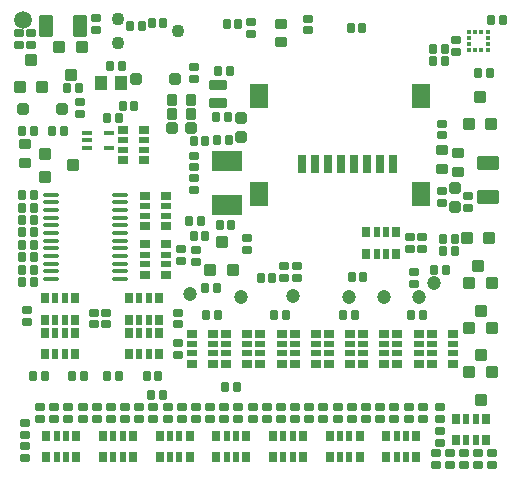
<source format=gbs>
G04*
G04 #@! TF.GenerationSoftware,Altium Limited,Altium Designer,23.8.1 (32)*
G04*
G04 Layer_Color=16711935*
%FSLAX25Y25*%
%MOIN*%
G70*
G04*
G04 #@! TF.SameCoordinates,0C654998-4A2B-48E5-827E-F90EB17844E4*
G04*
G04*
G04 #@! TF.FilePolarity,Negative*
G04*
G01*
G75*
G04:AMPARAMS|DCode=57|XSize=39.37mil|YSize=41.34mil|CornerRadius=5.51mil|HoleSize=0mil|Usage=FLASHONLY|Rotation=90.000|XOffset=0mil|YOffset=0mil|HoleType=Round|Shape=RoundedRectangle|*
%AMROUNDEDRECTD57*
21,1,0.03937,0.03032,0,0,90.0*
21,1,0.02835,0.04134,0,0,90.0*
1,1,0.01102,0.01516,0.01417*
1,1,0.01102,0.01516,-0.01417*
1,1,0.01102,-0.01516,-0.01417*
1,1,0.01102,-0.01516,0.01417*
%
%ADD57ROUNDEDRECTD57*%
G04:AMPARAMS|DCode=58|XSize=39.37mil|YSize=41.34mil|CornerRadius=5.51mil|HoleSize=0mil|Usage=FLASHONLY|Rotation=90.000|XOffset=0mil|YOffset=0mil|HoleType=Round|Shape=RoundedRectangle|*
%AMROUNDEDRECTD58*
21,1,0.03937,0.03032,0,0,90.0*
21,1,0.02835,0.04134,0,0,90.0*
1,1,0.01102,0.01516,0.01417*
1,1,0.01102,0.01516,-0.01417*
1,1,0.01102,-0.01516,-0.01417*
1,1,0.01102,-0.01516,0.01417*
%
%ADD58ROUNDEDRECTD58*%
G04:AMPARAMS|DCode=65|XSize=31.5mil|YSize=27.56mil|CornerRadius=4.33mil|HoleSize=0mil|Usage=FLASHONLY|Rotation=180.000|XOffset=0mil|YOffset=0mil|HoleType=Round|Shape=RoundedRectangle|*
%AMROUNDEDRECTD65*
21,1,0.03150,0.01890,0,0,180.0*
21,1,0.02284,0.02756,0,0,180.0*
1,1,0.00866,-0.01142,0.00945*
1,1,0.00866,0.01142,0.00945*
1,1,0.00866,0.01142,-0.00945*
1,1,0.00866,-0.01142,-0.00945*
%
%ADD65ROUNDEDRECTD65*%
G04:AMPARAMS|DCode=69|XSize=29.53mil|YSize=35.43mil|CornerRadius=4.53mil|HoleSize=0mil|Usage=FLASHONLY|Rotation=90.000|XOffset=0mil|YOffset=0mil|HoleType=Round|Shape=RoundedRectangle|*
%AMROUNDEDRECTD69*
21,1,0.02953,0.02638,0,0,90.0*
21,1,0.02047,0.03543,0,0,90.0*
1,1,0.00906,0.01319,0.01024*
1,1,0.00906,0.01319,-0.01024*
1,1,0.00906,-0.01319,-0.01024*
1,1,0.00906,-0.01319,0.01024*
%
%ADD69ROUNDEDRECTD69*%
G04:AMPARAMS|DCode=70|XSize=21.65mil|YSize=35.43mil|CornerRadius=3.74mil|HoleSize=0mil|Usage=FLASHONLY|Rotation=90.000|XOffset=0mil|YOffset=0mil|HoleType=Round|Shape=RoundedRectangle|*
%AMROUNDEDRECTD70*
21,1,0.02165,0.02795,0,0,90.0*
21,1,0.01417,0.03543,0,0,90.0*
1,1,0.00748,0.01398,0.00709*
1,1,0.00748,0.01398,-0.00709*
1,1,0.00748,-0.01398,-0.00709*
1,1,0.00748,-0.01398,0.00709*
%
%ADD70ROUNDEDRECTD70*%
G04:AMPARAMS|DCode=74|XSize=16.54mil|YSize=35.43mil|CornerRadius=3.23mil|HoleSize=0mil|Usage=FLASHONLY|Rotation=90.000|XOffset=0mil|YOffset=0mil|HoleType=Round|Shape=RoundedRectangle|*
%AMROUNDEDRECTD74*
21,1,0.01654,0.02898,0,0,90.0*
21,1,0.01008,0.03543,0,0,90.0*
1,1,0.00646,0.01449,0.00504*
1,1,0.00646,0.01449,-0.00504*
1,1,0.00646,-0.01449,-0.00504*
1,1,0.00646,-0.01449,0.00504*
%
%ADD74ROUNDEDRECTD74*%
G04:AMPARAMS|DCode=80|XSize=31.5mil|YSize=27.56mil|CornerRadius=4.33mil|HoleSize=0mil|Usage=FLASHONLY|Rotation=90.000|XOffset=0mil|YOffset=0mil|HoleType=Round|Shape=RoundedRectangle|*
%AMROUNDEDRECTD80*
21,1,0.03150,0.01890,0,0,90.0*
21,1,0.02284,0.02756,0,0,90.0*
1,1,0.00866,0.00945,0.01142*
1,1,0.00866,0.00945,-0.01142*
1,1,0.00866,-0.00945,-0.01142*
1,1,0.00866,-0.00945,0.01142*
%
%ADD80ROUNDEDRECTD80*%
%ADD81C,0.04294*%
%ADD82C,0.04724*%
%ADD83C,0.05906*%
G04:AMPARAMS|DCode=113|XSize=37.4mil|YSize=37.4mil|CornerRadius=5.32mil|HoleSize=0mil|Usage=FLASHONLY|Rotation=180.000|XOffset=0mil|YOffset=0mil|HoleType=Round|Shape=RoundedRectangle|*
%AMROUNDEDRECTD113*
21,1,0.03740,0.02677,0,0,180.0*
21,1,0.02677,0.03740,0,0,180.0*
1,1,0.01063,-0.01339,0.01339*
1,1,0.01063,0.01339,0.01339*
1,1,0.01063,0.01339,-0.01339*
1,1,0.01063,-0.01339,-0.01339*
%
%ADD113ROUNDEDRECTD113*%
G04:AMPARAMS|DCode=114|XSize=39.37mil|YSize=41.34mil|CornerRadius=5.51mil|HoleSize=0mil|Usage=FLASHONLY|Rotation=180.000|XOffset=0mil|YOffset=0mil|HoleType=Round|Shape=RoundedRectangle|*
%AMROUNDEDRECTD114*
21,1,0.03937,0.03032,0,0,180.0*
21,1,0.02835,0.04134,0,0,180.0*
1,1,0.01102,-0.01417,0.01516*
1,1,0.01102,0.01417,0.01516*
1,1,0.01102,0.01417,-0.01516*
1,1,0.01102,-0.01417,-0.01516*
%
%ADD114ROUNDEDRECTD114*%
G04:AMPARAMS|DCode=115|XSize=39.37mil|YSize=41.34mil|CornerRadius=5.51mil|HoleSize=0mil|Usage=FLASHONLY|Rotation=180.000|XOffset=0mil|YOffset=0mil|HoleType=Round|Shape=RoundedRectangle|*
%AMROUNDEDRECTD115*
21,1,0.03937,0.03032,0,0,180.0*
21,1,0.02835,0.04134,0,0,180.0*
1,1,0.01102,-0.01417,0.01516*
1,1,0.01102,0.01417,0.01516*
1,1,0.01102,0.01417,-0.01516*
1,1,0.01102,-0.01417,-0.01516*
%
%ADD115ROUNDEDRECTD115*%
G04:AMPARAMS|DCode=116|XSize=39.76mil|YSize=37.4mil|CornerRadius=5.32mil|HoleSize=0mil|Usage=FLASHONLY|Rotation=0.000|XOffset=0mil|YOffset=0mil|HoleType=Round|Shape=RoundedRectangle|*
%AMROUNDEDRECTD116*
21,1,0.03976,0.02677,0,0,0.0*
21,1,0.02913,0.03740,0,0,0.0*
1,1,0.01063,0.01457,-0.01339*
1,1,0.01063,-0.01457,-0.01339*
1,1,0.01063,-0.01457,0.01339*
1,1,0.01063,0.01457,0.01339*
%
%ADD116ROUNDEDRECTD116*%
%ADD117R,0.04331X0.04724*%
G04:AMPARAMS|DCode=118|XSize=74.8mil|YSize=49.21mil|CornerRadius=6.5mil|HoleSize=0mil|Usage=FLASHONLY|Rotation=0.000|XOffset=0mil|YOffset=0mil|HoleType=Round|Shape=RoundedRectangle|*
%AMROUNDEDRECTD118*
21,1,0.07480,0.03622,0,0,0.0*
21,1,0.06181,0.04921,0,0,0.0*
1,1,0.01299,0.03091,-0.01811*
1,1,0.01299,-0.03091,-0.01811*
1,1,0.01299,-0.03091,0.01811*
1,1,0.01299,0.03091,0.01811*
%
%ADD118ROUNDEDRECTD118*%
G04:AMPARAMS|DCode=119|XSize=62.99mil|YSize=29.53mil|CornerRadius=4.53mil|HoleSize=0mil|Usage=FLASHONLY|Rotation=90.000|XOffset=0mil|YOffset=0mil|HoleType=Round|Shape=RoundedRectangle|*
%AMROUNDEDRECTD119*
21,1,0.06299,0.02047,0,0,90.0*
21,1,0.05394,0.02953,0,0,90.0*
1,1,0.00906,0.01024,0.02697*
1,1,0.00906,0.01024,-0.02697*
1,1,0.00906,-0.01024,-0.02697*
1,1,0.00906,-0.01024,0.02697*
%
%ADD119ROUNDEDRECTD119*%
G04:AMPARAMS|DCode=120|XSize=82.68mil|YSize=61.02mil|CornerRadius=7.68mil|HoleSize=0mil|Usage=FLASHONLY|Rotation=90.000|XOffset=0mil|YOffset=0mil|HoleType=Round|Shape=RoundedRectangle|*
%AMROUNDEDRECTD120*
21,1,0.08268,0.04567,0,0,90.0*
21,1,0.06732,0.06102,0,0,90.0*
1,1,0.01535,0.02284,0.03366*
1,1,0.01535,0.02284,-0.03366*
1,1,0.01535,-0.02284,-0.03366*
1,1,0.01535,-0.02284,0.03366*
%
%ADD120ROUNDEDRECTD120*%
%ADD121R,0.09843X0.07087*%
G04:AMPARAMS|DCode=122|XSize=29.53mil|YSize=35.43mil|CornerRadius=4.53mil|HoleSize=0mil|Usage=FLASHONLY|Rotation=0.000|XOffset=0mil|YOffset=0mil|HoleType=Round|Shape=RoundedRectangle|*
%AMROUNDEDRECTD122*
21,1,0.02953,0.02638,0,0,0.0*
21,1,0.02047,0.03543,0,0,0.0*
1,1,0.00906,0.01024,-0.01319*
1,1,0.00906,-0.01024,-0.01319*
1,1,0.00906,-0.01024,0.01319*
1,1,0.00906,0.01024,0.01319*
%
%ADD122ROUNDEDRECTD122*%
G04:AMPARAMS|DCode=123|XSize=21.65mil|YSize=35.43mil|CornerRadius=3.74mil|HoleSize=0mil|Usage=FLASHONLY|Rotation=0.000|XOffset=0mil|YOffset=0mil|HoleType=Round|Shape=RoundedRectangle|*
%AMROUNDEDRECTD123*
21,1,0.02165,0.02795,0,0,0.0*
21,1,0.01417,0.03543,0,0,0.0*
1,1,0.00748,0.00709,-0.01398*
1,1,0.00748,-0.00709,-0.01398*
1,1,0.00748,-0.00709,0.01398*
1,1,0.00748,0.00709,0.01398*
%
%ADD123ROUNDEDRECTD123*%
G04:AMPARAMS|DCode=124|XSize=31.5mil|YSize=40.16mil|CornerRadius=4.72mil|HoleSize=0mil|Usage=FLASHONLY|Rotation=90.000|XOffset=0mil|YOffset=0mil|HoleType=Round|Shape=RoundedRectangle|*
%AMROUNDEDRECTD124*
21,1,0.03150,0.03071,0,0,90.0*
21,1,0.02205,0.04016,0,0,90.0*
1,1,0.00945,0.01535,0.01102*
1,1,0.00945,0.01535,-0.01102*
1,1,0.00945,-0.01535,-0.01102*
1,1,0.00945,-0.01535,0.01102*
%
%ADD124ROUNDEDRECTD124*%
G04:AMPARAMS|DCode=125|XSize=31.5mil|YSize=59.06mil|CornerRadius=4.72mil|HoleSize=0mil|Usage=FLASHONLY|Rotation=270.000|XOffset=0mil|YOffset=0mil|HoleType=Round|Shape=RoundedRectangle|*
%AMROUNDEDRECTD125*
21,1,0.03150,0.04961,0,0,270.0*
21,1,0.02205,0.05906,0,0,270.0*
1,1,0.00945,-0.02480,-0.01102*
1,1,0.00945,-0.02480,0.01102*
1,1,0.00945,0.02480,0.01102*
1,1,0.00945,0.02480,-0.01102*
%
%ADD125ROUNDEDRECTD125*%
G04:AMPARAMS|DCode=126|XSize=31.5mil|YSize=40.16mil|CornerRadius=4.72mil|HoleSize=0mil|Usage=FLASHONLY|Rotation=0.000|XOffset=0mil|YOffset=0mil|HoleType=Round|Shape=RoundedRectangle|*
%AMROUNDEDRECTD126*
21,1,0.03150,0.03071,0,0,0.0*
21,1,0.02205,0.04016,0,0,0.0*
1,1,0.00945,0.01102,-0.01535*
1,1,0.00945,-0.01102,-0.01535*
1,1,0.00945,-0.01102,0.01535*
1,1,0.00945,0.01102,0.01535*
%
%ADD126ROUNDEDRECTD126*%
G04:AMPARAMS|DCode=127|XSize=74.8mil|YSize=49.21mil|CornerRadius=6.5mil|HoleSize=0mil|Usage=FLASHONLY|Rotation=90.000|XOffset=0mil|YOffset=0mil|HoleType=Round|Shape=RoundedRectangle|*
%AMROUNDEDRECTD127*
21,1,0.07480,0.03622,0,0,90.0*
21,1,0.06181,0.04921,0,0,90.0*
1,1,0.01299,0.01811,0.03091*
1,1,0.01299,0.01811,-0.03091*
1,1,0.01299,-0.01811,-0.03091*
1,1,0.01299,-0.01811,0.03091*
%
%ADD127ROUNDEDRECTD127*%
G04:AMPARAMS|DCode=128|XSize=37.4mil|YSize=37.4mil|CornerRadius=5.32mil|HoleSize=0mil|Usage=FLASHONLY|Rotation=270.000|XOffset=0mil|YOffset=0mil|HoleType=Round|Shape=RoundedRectangle|*
%AMROUNDEDRECTD128*
21,1,0.03740,0.02677,0,0,270.0*
21,1,0.02677,0.03740,0,0,270.0*
1,1,0.01063,-0.01339,-0.01339*
1,1,0.01063,-0.01339,0.01339*
1,1,0.01063,0.01339,0.01339*
1,1,0.01063,0.01339,-0.01339*
%
%ADD128ROUNDEDRECTD128*%
%ADD129O,0.05354X0.01378*%
%ADD130R,0.01378X0.01772*%
%ADD131R,0.01772X0.01378*%
D57*
X11615Y101242D02*
D03*
X20867Y104982D02*
D03*
D58*
X11615Y108723D02*
D03*
D65*
X31693Y51968D02*
D03*
Y55905D02*
D03*
X152362Y94882D02*
D03*
Y90945D02*
D03*
X28642Y154134D02*
D03*
Y150197D02*
D03*
X61825Y76772D02*
D03*
Y72835D02*
D03*
X78730Y76700D02*
D03*
Y80637D02*
D03*
X56693Y73228D02*
D03*
Y77165D02*
D03*
X5499Y56816D02*
D03*
Y52879D02*
D03*
X23228Y125984D02*
D03*
Y122047D02*
D03*
X2756Y145079D02*
D03*
Y149016D02*
D03*
X134646Y69291D02*
D03*
Y65354D02*
D03*
X61024Y133858D02*
D03*
Y137795D02*
D03*
X91241Y67421D02*
D03*
Y71358D02*
D03*
X80216Y148721D02*
D03*
Y152657D02*
D03*
X133071Y81102D02*
D03*
Y77165D02*
D03*
X137008Y81102D02*
D03*
Y77165D02*
D03*
X6890Y145079D02*
D03*
Y149016D02*
D03*
X143898Y96457D02*
D03*
Y92520D02*
D03*
X143701Y118898D02*
D03*
Y114961D02*
D03*
X95571Y67421D02*
D03*
Y71358D02*
D03*
X99213Y153937D02*
D03*
Y150000D02*
D03*
X61024Y104331D02*
D03*
Y108268D02*
D03*
Y100787D02*
D03*
Y96850D02*
D03*
X47638Y24409D02*
D03*
Y20472D02*
D03*
X52362Y24409D02*
D03*
Y20472D02*
D03*
X57087Y24409D02*
D03*
Y20472D02*
D03*
X61811Y24409D02*
D03*
Y20472D02*
D03*
X146457Y5118D02*
D03*
Y9055D02*
D03*
X151181D02*
D03*
Y5118D02*
D03*
X155905D02*
D03*
Y9055D02*
D03*
X160630Y5118D02*
D03*
Y9055D02*
D03*
X27756Y51968D02*
D03*
Y55905D02*
D03*
X55709Y51968D02*
D03*
Y55905D02*
D03*
X24016Y24409D02*
D03*
Y20472D02*
D03*
X19292Y24409D02*
D03*
Y20472D02*
D03*
X14567Y24409D02*
D03*
Y20472D02*
D03*
X9843Y24409D02*
D03*
Y20472D02*
D03*
X42914Y24409D02*
D03*
Y20472D02*
D03*
X38189Y24409D02*
D03*
Y20472D02*
D03*
X33465Y24409D02*
D03*
Y20472D02*
D03*
X28740Y24409D02*
D03*
Y20472D02*
D03*
X80709Y24409D02*
D03*
Y20472D02*
D03*
X75985Y24409D02*
D03*
Y20472D02*
D03*
X71260Y24409D02*
D03*
Y20472D02*
D03*
X66536Y24409D02*
D03*
Y20472D02*
D03*
X99607D02*
D03*
Y24409D02*
D03*
X94882D02*
D03*
Y20472D02*
D03*
X90158Y24409D02*
D03*
Y20472D02*
D03*
X85433Y24409D02*
D03*
Y20472D02*
D03*
X118504Y24409D02*
D03*
Y20472D02*
D03*
X113780Y24409D02*
D03*
Y20472D02*
D03*
X109055Y24409D02*
D03*
Y20472D02*
D03*
X104331Y24409D02*
D03*
Y20472D02*
D03*
X132677Y24409D02*
D03*
Y20472D02*
D03*
X127953Y24409D02*
D03*
Y20472D02*
D03*
X123228Y24409D02*
D03*
Y20472D02*
D03*
X4724Y15157D02*
D03*
Y19094D02*
D03*
X141733Y9055D02*
D03*
Y5118D02*
D03*
X55709Y41732D02*
D03*
Y45669D02*
D03*
X143307Y20472D02*
D03*
Y24409D02*
D03*
X4724Y7480D02*
D03*
Y11417D02*
D03*
X143307Y16535D02*
D03*
Y12598D02*
D03*
X148425Y146850D02*
D03*
Y142913D02*
D03*
X137402Y24409D02*
D03*
Y20472D02*
D03*
D69*
X37402Y116831D02*
D03*
X44488D02*
D03*
X44488Y106791D02*
D03*
X37402D02*
D03*
X51969Y68602D02*
D03*
X44882D02*
D03*
Y78642D02*
D03*
X51969D02*
D03*
Y84744D02*
D03*
X44882D02*
D03*
Y94784D02*
D03*
X51969D02*
D03*
X147441Y48917D02*
D03*
X140354D02*
D03*
Y38878D02*
D03*
X147441Y38878D02*
D03*
X128937Y38878D02*
D03*
X136024D02*
D03*
Y48917D02*
D03*
X128937Y48917D02*
D03*
X78937Y48917D02*
D03*
X71851D02*
D03*
Y38878D02*
D03*
X78937D02*
D03*
X60433Y38878D02*
D03*
X67520Y38878D02*
D03*
Y48917D02*
D03*
X60433D02*
D03*
X101772Y48917D02*
D03*
X94685Y48917D02*
D03*
X94685Y38878D02*
D03*
X101772D02*
D03*
X83268Y38878D02*
D03*
X90355Y38878D02*
D03*
Y48917D02*
D03*
X83268D02*
D03*
X124607Y48917D02*
D03*
X117520Y48917D02*
D03*
X117520Y38878D02*
D03*
X124607D02*
D03*
X106103Y38878D02*
D03*
X113189Y38878D02*
D03*
Y48917D02*
D03*
X106103D02*
D03*
D70*
X44488Y110236D02*
D03*
Y113386D02*
D03*
X37402Y113386D02*
D03*
X37402Y110236D02*
D03*
X44882Y75197D02*
D03*
Y72047D02*
D03*
X51969D02*
D03*
Y75197D02*
D03*
X44882Y91339D02*
D03*
Y88189D02*
D03*
X51969D02*
D03*
Y91339D02*
D03*
X147441Y45472D02*
D03*
Y42323D02*
D03*
X140354D02*
D03*
Y45472D02*
D03*
X128937Y42323D02*
D03*
Y45472D02*
D03*
X136024D02*
D03*
Y42323D02*
D03*
X78937Y45472D02*
D03*
Y42323D02*
D03*
X71851D02*
D03*
Y45472D02*
D03*
X60433Y42323D02*
D03*
Y45472D02*
D03*
X67520D02*
D03*
Y42323D02*
D03*
X101772Y45472D02*
D03*
Y42323D02*
D03*
X94685D02*
D03*
Y45472D02*
D03*
X83268Y42323D02*
D03*
X83268Y45472D02*
D03*
X90355Y45472D02*
D03*
Y42323D02*
D03*
X124607Y45472D02*
D03*
Y42323D02*
D03*
X117520D02*
D03*
Y45472D02*
D03*
X106103Y42323D02*
D03*
X106103Y45472D02*
D03*
X113189Y45472D02*
D03*
Y42323D02*
D03*
D74*
X25394Y110827D02*
D03*
Y113386D02*
D03*
Y115945D02*
D03*
X32874D02*
D03*
Y110827D02*
D03*
D80*
X43701Y151378D02*
D03*
X39764D02*
D03*
X159843Y135630D02*
D03*
X155905D02*
D03*
X18743Y130809D02*
D03*
X22680D02*
D03*
X41339Y124803D02*
D03*
X37402D02*
D03*
X32283Y120866D02*
D03*
X36220D02*
D03*
X141339Y70079D02*
D03*
X145276D02*
D03*
X72047Y151969D02*
D03*
X75984D02*
D03*
X140748Y139764D02*
D03*
X144685D02*
D03*
X113386Y150787D02*
D03*
X117323D02*
D03*
X68910Y63978D02*
D03*
X64973D02*
D03*
X59646Y86614D02*
D03*
X63583D02*
D03*
X69685Y85039D02*
D03*
X73622D02*
D03*
X68898Y113386D02*
D03*
X72835D02*
D03*
X164173Y153543D02*
D03*
X160236D02*
D03*
X50984Y152559D02*
D03*
X47047D02*
D03*
X33071Y138189D02*
D03*
X37008D02*
D03*
X144095Y76378D02*
D03*
X148032D02*
D03*
X144095Y80315D02*
D03*
X148032D02*
D03*
X144685Y143701D02*
D03*
X140748D02*
D03*
X117618Y67815D02*
D03*
X113681D02*
D03*
X61024Y112992D02*
D03*
X64961D02*
D03*
X61024Y81299D02*
D03*
X64961D02*
D03*
X69291Y136614D02*
D03*
X73228D02*
D03*
X68504Y121260D02*
D03*
X72441D02*
D03*
X83366Y67421D02*
D03*
X87303D02*
D03*
X137599Y55118D02*
D03*
X133662D02*
D03*
X69095D02*
D03*
X65158D02*
D03*
X91929D02*
D03*
X87992D02*
D03*
X114764D02*
D03*
X110827D02*
D03*
X75591Y31102D02*
D03*
X71654D02*
D03*
X20539Y34646D02*
D03*
X24476D02*
D03*
X11350Y34646D02*
D03*
X7413D02*
D03*
X45343Y34646D02*
D03*
X49280D02*
D03*
X36154Y34646D02*
D03*
X32217D02*
D03*
X7874Y116535D02*
D03*
X3937D02*
D03*
X13780D02*
D03*
X17717D02*
D03*
X50788Y28346D02*
D03*
X46851D02*
D03*
X3937Y66142D02*
D03*
X7874D02*
D03*
X3937Y78543D02*
D03*
X7874D02*
D03*
X3937Y82677D02*
D03*
X7874D02*
D03*
X3937Y90945D02*
D03*
X7874D02*
D03*
X3937Y86811D02*
D03*
X7874D02*
D03*
X3937Y95079D02*
D03*
X7874D02*
D03*
X3937Y74410D02*
D03*
X7874D02*
D03*
X3937Y70276D02*
D03*
X7874D02*
D03*
D81*
X55748Y149941D02*
D03*
X35748Y145941D02*
D03*
Y153941D02*
D03*
D82*
X94095Y61417D02*
D03*
X141339Y65748D02*
D03*
X136221Y61024D02*
D03*
X124409D02*
D03*
X112992Y61024D02*
D03*
X76772Y61024D02*
D03*
X59842Y62205D02*
D03*
D83*
X4331Y153543D02*
D03*
D113*
X53977Y117520D02*
D03*
X60197D02*
D03*
D114*
X156580Y127871D02*
D03*
X160320Y118619D02*
D03*
X74151Y70120D02*
D03*
X70411Y79372D02*
D03*
X10630Y130984D02*
D03*
X6890Y140236D02*
D03*
X16339Y144409D02*
D03*
X20079Y135158D02*
D03*
X152953Y36024D02*
D03*
X156693Y26772D02*
D03*
Y41667D02*
D03*
X152953Y50919D02*
D03*
Y65814D02*
D03*
X156693Y56562D02*
D03*
X152166Y80709D02*
D03*
X155906Y71457D02*
D03*
D115*
X152840Y118619D02*
D03*
X66671Y70120D02*
D03*
X3150Y130984D02*
D03*
X23819Y144410D02*
D03*
X160433Y36024D02*
D03*
Y50919D02*
D03*
Y65814D02*
D03*
X159646Y80709D02*
D03*
D116*
X4331Y123622D02*
D03*
X17323Y123622D02*
D03*
X41732Y133858D02*
D03*
X54725D02*
D03*
D117*
X36811Y132283D02*
D03*
X30118D02*
D03*
D118*
X159055Y94488D02*
D03*
Y105905D02*
D03*
D119*
X97126Y105524D02*
D03*
X101457D02*
D03*
X105788D02*
D03*
X110118D02*
D03*
X114449D02*
D03*
X118780D02*
D03*
X123111D02*
D03*
X127441D02*
D03*
D120*
X136811Y95288D02*
D03*
Y127965D02*
D03*
X82678D02*
D03*
Y95288D02*
D03*
D121*
X72048Y106496D02*
D03*
X72048Y91929D02*
D03*
D122*
X118603Y82677D02*
D03*
X118603Y75591D02*
D03*
X128642D02*
D03*
Y82677D02*
D03*
X49705Y7677D02*
D03*
Y14764D02*
D03*
X59744D02*
D03*
Y7677D02*
D03*
X21555Y42126D02*
D03*
X21555Y49213D02*
D03*
X11516Y49213D02*
D03*
X11516Y42126D02*
D03*
Y60630D02*
D03*
X11516Y53543D02*
D03*
X21555D02*
D03*
Y60630D02*
D03*
X49508Y42126D02*
D03*
Y49213D02*
D03*
X39469Y49213D02*
D03*
X39469Y42126D02*
D03*
X39469Y60630D02*
D03*
Y53543D02*
D03*
X49508D02*
D03*
Y60630D02*
D03*
X11910Y7677D02*
D03*
X11910Y14764D02*
D03*
X21949D02*
D03*
X21949Y7677D02*
D03*
X30807D02*
D03*
Y14764D02*
D03*
X40846D02*
D03*
X40846Y7677D02*
D03*
X68602D02*
D03*
X68602Y14764D02*
D03*
X78642D02*
D03*
Y7677D02*
D03*
X87500D02*
D03*
X87500Y14764D02*
D03*
X97540Y14764D02*
D03*
Y7677D02*
D03*
X106398D02*
D03*
X106398Y14764D02*
D03*
X116437D02*
D03*
Y7677D02*
D03*
X125295D02*
D03*
Y14764D02*
D03*
X135335Y14764D02*
D03*
X135335Y7677D02*
D03*
X158563Y13386D02*
D03*
Y20472D02*
D03*
X148524D02*
D03*
X148524Y13386D02*
D03*
D123*
X122047Y82677D02*
D03*
X125197D02*
D03*
Y75591D02*
D03*
X122047D02*
D03*
X56299Y14764D02*
D03*
X53150D02*
D03*
Y7677D02*
D03*
X56299D02*
D03*
X18110Y42126D02*
D03*
X14961Y42126D02*
D03*
Y49213D02*
D03*
X18110D02*
D03*
X14961Y60630D02*
D03*
X18110Y60630D02*
D03*
X18110Y53543D02*
D03*
X14961D02*
D03*
X46063Y42126D02*
D03*
X42913D02*
D03*
Y49213D02*
D03*
X46063Y49213D02*
D03*
X42914Y60630D02*
D03*
X46063D02*
D03*
Y53543D02*
D03*
X42914D02*
D03*
X18504Y14764D02*
D03*
X15355D02*
D03*
Y7677D02*
D03*
X18504D02*
D03*
X37402Y14764D02*
D03*
X34252Y14764D02*
D03*
Y7677D02*
D03*
X37402D02*
D03*
X75197Y14764D02*
D03*
X72047D02*
D03*
Y7677D02*
D03*
X75197D02*
D03*
X94095Y14764D02*
D03*
X90945Y14764D02*
D03*
Y7677D02*
D03*
X94095D02*
D03*
X112992Y14764D02*
D03*
X109843D02*
D03*
Y7677D02*
D03*
X112992D02*
D03*
X131890Y14764D02*
D03*
X128740Y14764D02*
D03*
Y7677D02*
D03*
X131890D02*
D03*
X155118Y13386D02*
D03*
X151969D02*
D03*
Y20472D02*
D03*
X155118D02*
D03*
D124*
X143701Y110236D02*
D03*
Y103937D02*
D03*
X90059Y145965D02*
D03*
Y152264D02*
D03*
X4725Y112205D02*
D03*
X4725Y105905D02*
D03*
X149213Y102756D02*
D03*
Y109055D02*
D03*
D125*
X69291Y131693D02*
D03*
Y125787D02*
D03*
D126*
X60237Y126772D02*
D03*
X53937Y126772D02*
D03*
X60237Y122146D02*
D03*
X53937D02*
D03*
D127*
X11811Y151378D02*
D03*
X23228D02*
D03*
D128*
X148228Y91181D02*
D03*
Y97402D02*
D03*
X76772Y120827D02*
D03*
Y114606D02*
D03*
D129*
X13622Y67126D02*
D03*
Y69685D02*
D03*
Y72244D02*
D03*
Y74803D02*
D03*
Y77362D02*
D03*
Y79921D02*
D03*
Y82480D02*
D03*
Y85039D02*
D03*
Y87598D02*
D03*
Y90158D02*
D03*
Y92716D02*
D03*
Y95276D02*
D03*
X36615Y67126D02*
D03*
Y69685D02*
D03*
Y72244D02*
D03*
Y74803D02*
D03*
Y77362D02*
D03*
Y79921D02*
D03*
Y82480D02*
D03*
Y85039D02*
D03*
Y87598D02*
D03*
Y90158D02*
D03*
Y92716D02*
D03*
Y95276D02*
D03*
D130*
X156890Y143307D02*
D03*
X154922D02*
D03*
Y149606D02*
D03*
X156890D02*
D03*
D131*
X152756Y143504D02*
D03*
Y145473D02*
D03*
Y147441D02*
D03*
Y149409D02*
D03*
X159056Y143504D02*
D03*
Y149409D02*
D03*
Y145473D02*
D03*
Y147441D02*
D03*
M02*

</source>
